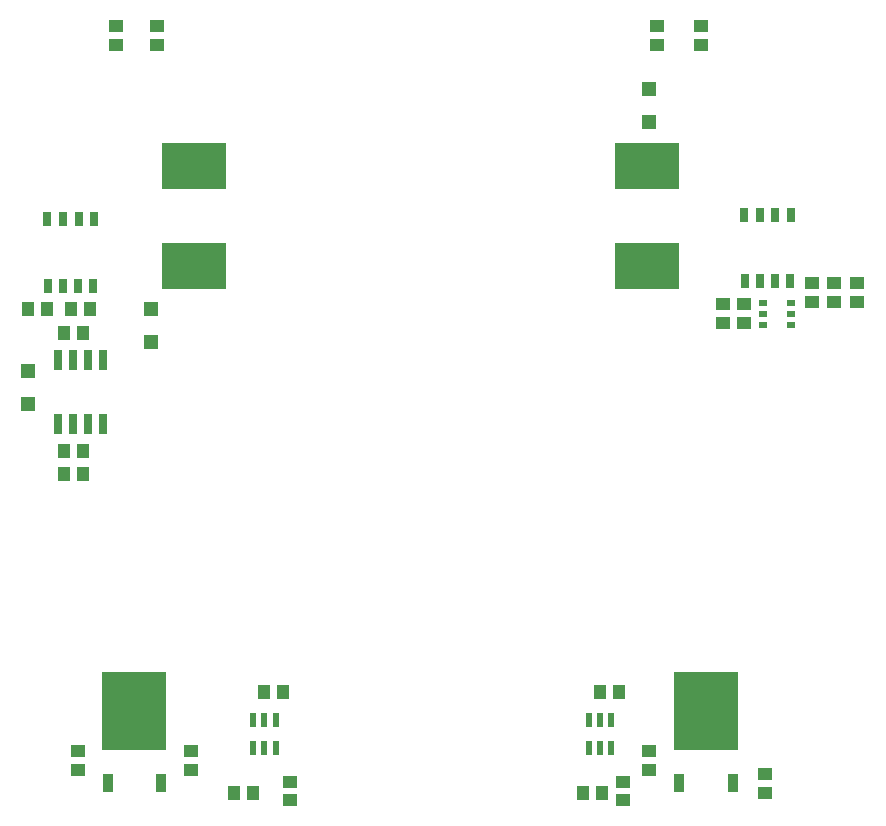
<source format=gtp>
G04 Layer_Color=8421504*
%FSLAX44Y44*%
%MOMM*%
G71*
G01*
G75*
%ADD10R,0.8000X0.5000*%
%ADD11R,5.5000X4.0000*%
%ADD12R,1.2000X1.2000*%
%ADD13R,0.5500X1.3000*%
%ADD14R,0.6500X1.2000*%
%ADD15R,1.0000X1.3000*%
%ADD16R,1.3000X1.0000*%
%ADD17R,0.9000X1.6000*%
%ADD18R,5.4500X6.6000*%
%ADD19R,0.6500X1.7500*%
D10*
X1290000Y1163500D02*
D03*
Y1154000D02*
D03*
Y1144500D02*
D03*
X1314000D02*
D03*
Y1154000D02*
D03*
Y1163500D02*
D03*
D11*
X1192000Y1279350D02*
D03*
Y1194350D02*
D03*
X808000Y1279350D02*
D03*
Y1194350D02*
D03*
D12*
X772000Y1158000D02*
D03*
Y1130000D02*
D03*
X668000Y1106000D02*
D03*
Y1078000D02*
D03*
X1194000Y1344000D02*
D03*
Y1316000D02*
D03*
D13*
X1142500Y810000D02*
D03*
X1152000D02*
D03*
X1161500D02*
D03*
Y786000D02*
D03*
X1152000D02*
D03*
X1142500D02*
D03*
X858500Y810000D02*
D03*
X868000D02*
D03*
X877500D02*
D03*
Y786000D02*
D03*
X868000D02*
D03*
X858500D02*
D03*
D14*
X1274950Y1181750D02*
D03*
X1287650D02*
D03*
X1300350D02*
D03*
X1313050D02*
D03*
X1314066Y1237940D02*
D03*
X1300604D02*
D03*
X1287396D02*
D03*
X1273934D02*
D03*
X684950Y1177750D02*
D03*
X697650D02*
D03*
X710350D02*
D03*
X723050D02*
D03*
X724066Y1233940D02*
D03*
X710604D02*
D03*
X697396D02*
D03*
X683934D02*
D03*
D15*
X668000Y1158000D02*
D03*
X684000D02*
D03*
X858000Y748000D02*
D03*
X842000D02*
D03*
X1168000Y834000D02*
D03*
X1152000D02*
D03*
X868000D02*
D03*
X884000D02*
D03*
X1154000Y748000D02*
D03*
X1138000D02*
D03*
X698000Y1018000D02*
D03*
X714000D02*
D03*
X698000Y1038000D02*
D03*
X714000D02*
D03*
X720000Y1158000D02*
D03*
X704000D02*
D03*
X714000Y1138000D02*
D03*
X698000D02*
D03*
D16*
X1237334Y1382001D02*
D03*
Y1398001D02*
D03*
X1200000Y1382001D02*
D03*
Y1398001D02*
D03*
X742664Y1382000D02*
D03*
Y1398000D02*
D03*
X777332Y1382000D02*
D03*
Y1398000D02*
D03*
X806000Y768000D02*
D03*
Y784000D02*
D03*
X710000D02*
D03*
Y768000D02*
D03*
X1172000Y758000D02*
D03*
Y742000D02*
D03*
X1332000Y1180000D02*
D03*
Y1164000D02*
D03*
X1370000Y1180000D02*
D03*
Y1164000D02*
D03*
X1350000Y1180000D02*
D03*
Y1164000D02*
D03*
X1256000Y1146000D02*
D03*
Y1162000D02*
D03*
X1274000Y1146000D02*
D03*
Y1162000D02*
D03*
X1194000Y768000D02*
D03*
Y784000D02*
D03*
X890000Y758000D02*
D03*
Y742000D02*
D03*
X1292000Y748000D02*
D03*
Y764000D02*
D03*
D17*
X735200Y757000D02*
D03*
X780800D02*
D03*
X1219200D02*
D03*
X1264800D02*
D03*
D18*
X758000Y818000D02*
D03*
X1242000D02*
D03*
D19*
X692950Y1060750D02*
D03*
X705650D02*
D03*
X718350D02*
D03*
X731050D02*
D03*
X692950Y1115250D02*
D03*
X705650D02*
D03*
X718350D02*
D03*
X731050D02*
D03*
M02*

</source>
